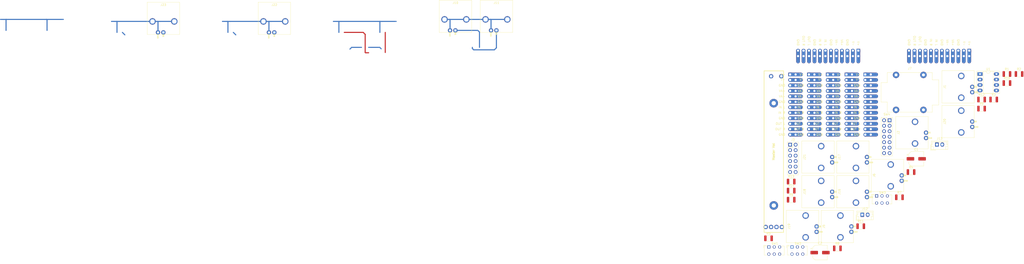
<source format=kicad_pcb>
(kicad_pcb (version 20211014) (generator pcbnew)
  (layers (0 "F.Cu" signal) (31 "B.Cu" signal) (34 "B.Paste" user) (35 "F.Paste" user) (36 "B.SilkS" user "B.Silkscreen") (37 "F.SilkS" user "F.Silkscreen") (38 "B.Mask" user) (39 "F.Mask" user) (44 "Edge.Cuts" user))
  (net 0 "")
  (net 1 "Net-(C1-Pad1)")
  (net 2 "Net-(C1-Pad2)")
  (net 3 "Net-(C2-Pad1)")
  (net 4 "Net-(C2-Pad2)")
  (net 5 "Net-(J1-Pad1)")
  (net 6 "GND")
  (net 7 "Net-(J2-Pad1)")
  (net 8 "R1")
  (net 9 "L1")
  (net 10 "R2")
  (net 11 "L2")
  (net 12 "R3")
  (net 13 "L3")
  (net 14 "R4")
  (net 15 "L4")
  (net 16 "Net-(J10-Pad1)")
  (net 17 "Net-(J11-Pad1)")
  (net 18 "Net-(J12-Pad1)")
  (net 19 "Net-(J13-Pad1)")
  (net 20 "V+")
  (net 21 "V-")
  (net 22 "V AUX+")
  (net 23 "V AUX-")
  (net 24 "Net-(J5-Pad1)")
  (net 25 "Net-(J6-Pad1)")
  (net 26 "Phones Out L")
  (net 27 "Mix1 L")
  (net 28 "Mix1 R")
  (net 29 "Net-(J20-Pad1)")
  (net 30 "Mix2 L")
  (net 31 "Mix2 R")
  (net 32 "Phono L 1")
  (net 33 "Phono R 1")
  (net 34 "Phono GND 1")
  (net 35 "Phono L Out 1")
  (net 36 "Phono R Out 1")
  (net 37 "Net-(R1-Pad2)")
  (net 38 "Net-(R10-Pad1)")
  (net 39 "Net-(R11-Pad2)")
  (net 40 "Net-(R12-Pad2)")
  (net 41 "Phono L 2")
  (net 42 "Net-(R14-Pad2)")
  (net 43 "Phono GND 2")
  (net 44 "Phono R 2")
  (net 46 "Net-(J22-Pad1)")
  (net 47 "Net-(J23-Pad1)")
  (net 48 "Phono L Out 2")
  (net 49 "Phono R Out 2")
  (net 50 "Phones L")
  (net 51 "Phones R")
  (net 52 "Phones Out R")
  (net 53 "OUT L")
  (footprint "Resistor_SMD:R_1210_3225Metric" (layer "F.Cu") (at 397.85 97.42)
    (fp_text reference "R6")
    (fp_text value "10K")
  )
  (footprint "Package_DIP:DIP-8_W7.62mm_Socket_LongPads" (layer "F.Cu") (at 485.37 39.07)
    (fp_text reference "U1")
    (fp_text value "NE5532")
  )
  (footprint "Resistor_SMD:R_1210_3225Metric" (layer "F.Cu") (at 497.85 39.05)
    (fp_text reference "R1")
    (fp_text value "10K")
  )
  (footprint "Resistor_SMD:R_1210_3225Metric" (layer "F.Cu") (at 503.46 39.05)
    (fp_text reference "R2")
    (fp_text value "10K")
  )
  (footprint "Custom Library:RCA PANEL 2PIN FOOTPRINT" (layer "F.Cu") (at 430.425 93.725)
    (fp_text reference "J16")
    (fp_text value "Phono L1")
  )
  (footprint "Custom Library:ALPS RS60112" (layer "F.Cu") (at 389.795 75.095)
    (fp_text reference "RV1" hide)
    (fp_text value "Master Vol")
  )
  (footprint "TSD MIXER FOOTPRINTS:PinSocket_2x12_P2.54mm_Vertical" (layer "F.Cu") (at 406.08 39.27)
    (fp_text reference "J9" hide)
    (fp_text value "Line 3")
  )
  (footprint "Capacitor_SMD:CP_Elec_6.3x5.4_Nichicon" (layer "F.Cu") (at 411.23 121.98)
    (fp_text reference "C2")
    (fp_text value "10Uf")
  )
  (footprint "Connector_Audio:Jack_6.35mm_Neutrik_NMJ4HCD2_Horizontal" (layer "F.Cu") (at 446.45 39.47)
    (fp_text reference "J7")
    (fp_text value "AudioJack3")
  )
  (footprint "Custom Library:RCA PANEL 2PIN FOOTPRINT" (layer "F.Cu") (at 158.305 17.185083 -90)
    (fp_text reference "J22")
    (fp_text value "R In")
  )
  (footprint "Custom Library:RCA PANEL 2PIN FOOTPRINT" (layer "F.Cu") (at 423.225 109.845)
    (fp_text reference "J5")
    (fp_text value "L In")
  )
  (footprint "TSD MIXER FOOTPRINTS:PinSocket_2x12_P2.54mm_Vertical" (layer "F.Cu") (at 423.5 39.27)
    (fp_text reference "J8" hide)
    (fp_text value "Line 2")
  )
  (footprint "Custom Library:RCA PANEL 2PIN FOOTPRINT" (layer "F.Cu") (at 261.24 16.247941 -90)
    (fp_text reference "J11")
    (fp_text value "R_RCA")
  )
  (footprint "Resistor_SMD:R_1210_3225Metric" (layer "F.Cu") (at 430.09 109.74)
    (fp_text reference "R11")
    (fp_text value "100")
  )
  (footprint "Resistor_SMD:R_1210_3225Metric" (layer "F.Cu") (at 497.85 43.26)
    (fp_text reference "R10")
    (fp_text value "10K")
  )
  (footprint "Resistor_SMD:R_1210_3225Metric" (layer "F.Cu") (at 453.41 84.6)
    (fp_text reference "R4")
    (fp_text value "10K")
  )
  (footprint "Connector_PinSocket_2.54mm:PinSocket_2x07_P2.54mm_Vertical" (layer "F.Cu") (at 443.46 60.55)
    (fp_text reference "SW4")
    (fp_text value "SW_Rotary2x6")
  )
  (footprint "TSD MIXER FOOTPRINTS:PinSocket_2x12_P2.54mm_Vertical" (layer "F.Cu") (at 397.37 39.27)
    (fp_text reference "J14" hide)
    (fp_text value "Line 4")
  )
  (footprint "Custom Library:RCA PANEL 2PIN FOOTPRINT" (layer "F.Cu") (at 414.305 93.725)
    (fp_text reference "J18")
    (fp_text value "Phono R1")
  )
  (footprint "Resistor_SMD:R_1210_3225Metric" (layer "F.Cu") (at 491.71 50.9)
    (fp_text reference "R3")
    (fp_text value "10K")
  )
  (footprint "TSD MIXER FOOTPRINTS:PinSocket_2x12_P2.54mm_Vertical" (layer "F.Cu") (at 480.395 28.1975 -90)
    (fp_text reference "J24" hide)
    (fp_text value "RIAA 2")
  )
  (footprint "Custom Library:RCA PANEL 2PIN FOOTPRINT" (layer "F.Cu") (at 479.235 45.005)
    (fp_text reference "J1")
    (fp_text value "L In")
  )
  (footprint "Button_Switch_THT:SW_CuK_JS202011CQN_DPDT_Straight" (layer "F.Cu") (at 437.445 95.67)
    (fp_text reference "SW3")
    (fp_text value "IN4 SW")
  )
  (footprint "Connector_JST:JST_EH_B2B-EH-A_1x02_P2.50mm_Vertical" (layer "F.Cu") (at 430.81 104.41)
    (fp_text reference "J12")
    (fp_text value "L_Amp")
  )
  (footprint "Custom Library:RCA PANEL 2PIN FOOTPRINT" (layer "F.Cu") (at 479.235 61.125)
    (fp_text reference "J20")
    (fp_text value "L In")
  )
  (footprint "Resistor_SMD:R_1210_3225Metric" (layer "F.Cu") (at 448.02 96.3)
    (fp_text reference "R7")
    (fp_text value "10K")
  )
  (footprint "Custom Library:RCA PANEL 2PIN FOOTPRINT" (layer "F.Cu") (at 430.425 77.605)
    (fp_text reference "J17")
    (fp_text value "Phono L2")
  )
  (footprint "Custom Library:RCA PANEL 2PIN FOOTPRINT" (layer "F.Cu") (at 106.885 17.185083 -90)
    (fp_text reference "J23")
    (fp_text value "R In")
  )
  (footprint "TSD MIXER FOOTPRINTS:PinSocket_2x12_P2.54mm_Vertical" (layer "F.Cu") (at 414.79 39.27)
    (fp_text reference "J15" hide)
    (fp_text value "RIAA 1")
  )
  (footprint "Resistor_SMD:R_1210_3225Metric" (layer "F.Cu") (at 397.85 89)
    (fp_text reference "R13")
    (fp_text value "15K")
  )
  (footprint "Capacitor_SMD:CP_Elec_6.3x5.4_Nichicon" (layer "F.Cu") (at 455.83 78.42)
    (fp_text reference "C1")
    (fp_text value "10Uf")
  )
  (footprint "Custom Library:RCA PANEL 2PIN FOOTPRINT" (layer "F.Cu") (at 457.805 66.285)
    (fp_text reference "J2")
    (fp_text value "R In")
  )
  (footprint "Custom Library:RCA PANEL 2PIN FOOTPRINT" (layer "F.Cu") (at 446.545 86.135)
    (fp_text reference "J6")
    (fp_text value "R In")
  )
  (footprint "TSD MIXER FOOTPRINTS:PinSocket_2x12_P2.54mm_Vertical" (layer "F.Cu") (at 428.975 28.1975 -90)
    (fp_text reference "J25" hide)
    (fp_text value "HeadPhones Amp")
  )
  (footprint "Resistor_SMD:R_1210_3225Metric" (layer "F.Cu") (at 486.1 55.11)
    (fp_text reference "R9")
    (fp_text value "10K")
  )
  (footprint "Resistor_SMD:R_1210_3225Metric" (layer "F.Cu") (at 419.26 120.01)
    (fp_text reference "R8")
    (fp_text value "10K")
  )
  (footprint "Resistor_SMD:R_1210_3225Metric" (layer "F.Cu") (at 397.85 93.21)
    (fp_text reference "R14")
    (fp_text value "15K")
  )
  (footprint "Custom Library:RCA PANEL 2PIN FOOTPRINT" (layer "F.Cu") (at 407.105 109.845)
    (fp_text reference "J19")
    (fp_text value "Phono R2")
  )
  (footprint "Custom Library:RCA PANEL 2PIN FOOTPRINT" (layer "F.Cu") (at 242.238694 16.247941 -90)
    (fp_text reference "J10")
    (fp_text value "L_RCA")
  )
  (footprint "TSD MIXER FOOTPRINTS:PinSocket_2x12_P2.54mm_Vertical" (layer "F.Cu") (at 432.21 39.27)
    (fp_text reference "J4" hide)
    (fp_text value "Line 1")
  )
  (footprint "Connector_PinHeader_2.54mm:PinHeader_2x06_P2.54mm_Vertical" (layer "F.Cu") (at 397.37 71.87)
    (fp_text reference "J3")
    (fp_text value "Main Power")
  )
  (footprint "Connector_JST:JST_EH_B2B-EH-A_1x02_P2.50mm_Vertical" (layer "F.Cu") (at 465.39 71.81)
    (fp_text reference "J13")
    (fp_text value "R_Amp")
  )
  (footprint "Resistor_SMD:R_1210_3225Metric" (layer "F.Cu") (at 486.1 50.9)
    (fp_text reference "R12")
    (fp_text value "100")
  )
  (footprint "Button_Switch_THT:SW_CuK_JS202011CQN_DPDT_Straight" (layer "F.Cu") (at 398.235 119.38)
    (fp_text reference "SW2")
    (fp_text value "IN3 SW")
  )
  (footprint "Resistor_SMD:R_1210_3225Metric" (layer "F.Cu") (at 387.35 115.35)
    (fp_text reference "R5")
    (fp_text value "10K")
  )
  (footprint "Button_Switch_THT:SW_CuK_JS202011CQN_DPDT_Straight" (layer "F.Cu") (at 387.505 119.38)
    (fp_text reference "SW1")
    (fp_text value "SW_DPDT_x2")
  )
  (footprint "Custom Library:RCA PANEL 2PIN FOOTPRINT" (layer "F.Cu") (at 414.305 77.605)
    (fp_text reference "J21")
    (fp_text value "L In")
  )
  (segment (start 190.723694 19.735083) (end 199.495083 19.735083) (width 0.508) (layer "F.Cu") (net 0))
  (segment (start 202.01 29.176661) (end 200.566661 29.176661) (width 0.508) (layer "F.Cu") (net 0))
  (segment (start 200.42 29.03) (end 200.42 20.66) (width 0.508) (layer "F.Cu") (net 0))
  (segment (start 199.495083 19.735083) (end 200.42 20.66) (width 0.508) (layer "F.Cu") (net 0))
  (segment (start 209.725 29.065) (end 209.725 19.735083) (width 0.508) (layer "F.Cu") (net 0))
  (segment (start 200.566661 29.176661) (end 200.42 29.03) (width 0.508) (layer "F.Cu") (net 0))
  (segment (start 188.115083 14.635083) (end 185.673694 14.635083) (width 0.508) (layer "B.Cu") (net 0))
  (segment (start 52.965 13.965) (end 52.697941 13.697941) (width 0.508) (layer "B.Cu") (net 0))
  (segment (start 207.225 14.635166) (end 207.224917 14.635083) (width 0.508) (layer "B.Cu") (net 0))
  (segment (start 198.71 26.676661) (end 194.153339 26.676661) (width 0.508) (layer "B.Cu") (net 0))
  (segment (start 214.775 14.635083) (end 207.224917 14.635083) (width 0.508) (layer "B.Cu") (net 0))
  (segment (start 202.01 26.676661) (end 207.146661 26.676661) (width 0.508) (layer "B.Cu") (net 0))
  (segment (start 33.963694 18.797941) (end 33.963694 13.746306) (width 0.508) (layer "B.Cu") (net 0))
  (segment (start 188.223694 19.735083) (end 188.223694 14.743694) (width 0.508) (layer "B.Cu") (net 0))
  (segment (start 33.963694 13.746306) (end 34.012059 13.697941) (width 0.508) (layer "B.Cu") (net 0))
  (segment (start 34.012059 13.697941) (end 31.413694 13.697941) (width 0.508) (layer "B.Cu") (net 0))
  (segment (start 207.224917 14.635083) (end 188.115083 14.635083) (width 0.508) (layer "B.Cu") (net 0))
  (segment (start 207.225 19.735083) (end 207.225 14.635166) (width 0.508) (layer "B.Cu") (net 0))
  (segment (start 207.146661 26.676661) (end 207.83 27.36) (width 0.508) (layer "B.Cu") (net 0))
  (segment (start 60.515 13.697941) (end 52.697941 13.697941) (width 0.508) (layer "B.Cu") (net 0))
  (segment (start 52.697941 13.697941) (end 34.012059 13.697941) (width 0.508) (layer "B.Cu") (net 0))
  (segment (start 188.223694 14.743694) (end 188.115083 14.635083) (width 0.508) (layer "B.Cu") (net 0))
  (segment (start 52.965 18.797941) (end 52.965 13.965) (width 0.508) (layer "B.Cu") (net 0))
  (segment (start 194.153339 26.676661) (end 193.35 27.48) (width 0.508) (layer "B.Cu") (net 0))
  (segment (start 136.595083 14.635083) (end 156.004917 14.635083) (width 0.508) (layer "B.Cu") (net 6))
  (segment (start 266.29 13.697941) (end 258.547941 13.697941) (width 0.508) (layer "B.Cu") (net 6))
  (segment (start 258.547941 13.697941) (end 239.592059 13.697941) (width 0.508) (layer "B.Cu") (net 6))
  (segment (start 104.385 19.735083) (end 104.385 14.785166) (width 0.508) (layer "B.Cu") (net 6))
  (segment (start 104.385 14.785166) (end 104.234917 14.635083) (width 0.508) (layer "B.Cu") (net 6))
  (segment (start 239.738694 18.797941) (end 239.738694 13.844576) (width 0.508) (layer "B.Cu") (net 6))
  (segment (start 239.738694 13.844576) (end 239.592059 13.697941) (width 0.508) (layer "B.Cu") (net 6))
  (segment (start 239.592059 13.697941) (end 237.188694 13.697941) (width 0.508) (layer "B.Cu") (net 6))
  (segment (start 134.253694 14.635083) (end 136.595083 14.635083) (width 0.508) (layer "B.Cu") (net 6))
  (segment (start 258.74 18.797941) (end 258.74 13.89) (width 0.508) (layer "B.Cu") (net 6))
  (segment (start 85.355083 14.635083) (end 104.234917 14.635083) (width 0.508) (layer "B.Cu") (net 6))
  (segment (start 82.833694 14.635083) (end 85.355083 14.635083) (width 0.508) (layer "B.Cu") (net 6))
  (segment (start 85.383694 14.663694) (end 85.355083 14.635083) (width 0.508) (layer "B.Cu") (net 6))
  (segment (start 155.805 19.735083) (end 155.805 14.835) (width 0.508) (layer "B.Cu") (net 6))
  (segment (start 136.803694 19.735083) (end 136.803694 14.843694) (width 0.508) (layer "B.Cu") (net 6))
  (segment (start 136.803694 14.843694) (end 136.595083 14.635083) (width 0.508) (layer "B.Cu") (net 6))
  (segment (start 155.805 14.835) (end 156.004917 14.635083) (width 0.508) (layer "B.Cu") (net 6))
  (segment (start 104.234917 14.635083) (end 111.935 14.635083) (width 0.508) (layer "B.Cu") (net 6))
  (segment (start 85.383694 19.735083) (end 85.383694 14.663694) (width 0.508) (layer "B.Cu") (net 6))
  (segment (start 258.74 13.89) (end 258.547941 13.697941) (width 0.508) (layer "B.Cu") (net 6))
  (segment (start 156.004917 14.635083) (end 163.355 14.635083) (width 0.508) (layer "B.Cu") (net 6))
  (segment (start 252.597941 18.797941) (end 253.389347 19.589347) (width 0.508) (layer "B.Cu") (net 16))
  (segment (start 253.389347 19.589347) (end 253.389347 26.676661) (width 0.508) (layer "B.Cu") (net 16))
  (segment (start 242.238694 18.797941) (end 252.597941 18.797941) (width 0.508) (layer "B.Cu") (net 16))
  (segment (start 261.24 26.87) (end 260.279828 27.830172) (width 0.508) (layer "B.Cu") (net 17))
  (segment (start 260.279828 27.830172) (end 250.710172 27.830172) (width 0.508) (layer "B.Cu") (net 17))
  (segment (start 250.710172 27.830172) (end 250.089347 27.209347) (width 0.508) (layer "B.Cu") (net 17))
  (segment (start 261.24 18.797941) (end 261.24 26.87) (width 0.508) (layer "B.Cu") (net 17))
  (segment (start 250.089347 27.209347) (end 250.089347 26.676661) (width 0.508) (layer "B.Cu") (net 17))
  (segment (start 87.883694 19.735083) (end 89.01352 20.864909) (width 0.508) (layer "B.Cu") (net 20))
  (segment (start 139.303694 19.735083) (end 140.43352 20.864909) (width 0.508) (layer "B.Cu") (net 20))
)
</source>
